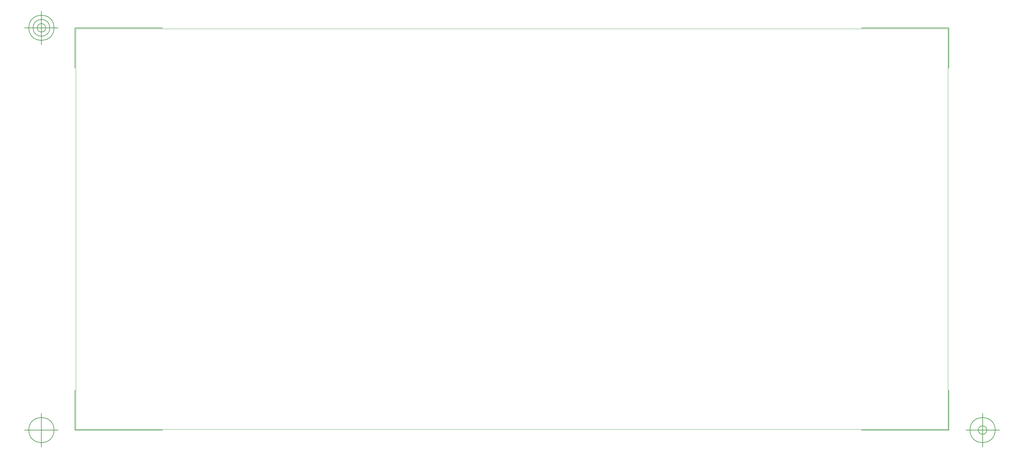
<source format=gbr>
G04 Generated by Ultiboard 14.1 *
%FSLAX24Y24*%
%MOIN*%

%ADD10C,0.0001*%
%ADD11C,0.0001*%
%ADD12C,0.0050*%


G04 ColorRGB 00FFFF for the following layer *
%LNBoard Outline*%
%LPD*%
G54D10*
G54D11*
X-35200Y-13000D02*
X66800Y-13000D01*
X66800Y33904D01*
X-35200Y33904D01*
X-35200Y-13000D01*
G54D12*
X-35300Y-13100D02*
X-35300Y-8390D01*
X-35300Y-13100D02*
X-25080Y-13100D01*
X66900Y-13100D02*
X56680Y-13100D01*
X66900Y-13100D02*
X66900Y-8390D01*
X66900Y34004D02*
X66900Y29294D01*
X66900Y34004D02*
X56680Y34004D01*
X-35300Y34004D02*
X-25080Y34004D01*
X-35300Y34004D02*
X-35300Y29294D01*
X-37269Y-13100D02*
X-41206Y-13100D01*
X-39237Y-15069D02*
X-39237Y-11131D01*
X-40714Y-13100D02*
G75*
D01*
G02X-40714Y-13100I1477J0*
G01*
X68869Y-13100D02*
X72806Y-13100D01*
X70837Y-15069D02*
X70837Y-11131D01*
X69361Y-13100D02*
G75*
D01*
G02X69361Y-13100I1476J0*
G01*
X70345Y-13100D02*
G75*
D01*
G02X70345Y-13100I492J0*
G01*
X-37269Y34004D02*
X-41206Y34004D01*
X-39237Y32035D02*
X-39237Y35972D01*
X-40714Y34004D02*
G75*
D01*
G02X-40714Y34004I1477J0*
G01*
X-40221Y34004D02*
G75*
D01*
G02X-40221Y34004I984J0*
G01*
X-39729Y34004D02*
G75*
D01*
G02X-39729Y34004I492J0*
G01*

M02*

</source>
